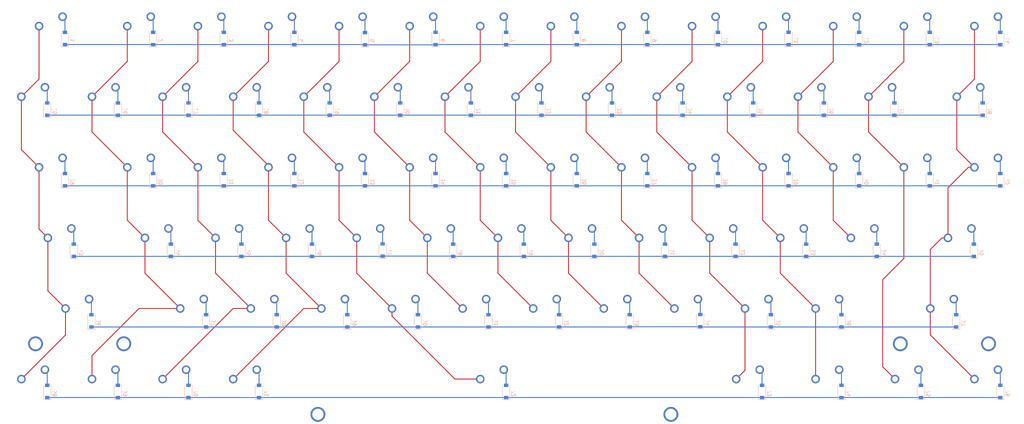
<source format=kicad_pcb>
(kicad_pcb (version 20211014) (generator pcbnew)
  (layers (0 "F.Cu" signal) (31 "B.Cu" signal) (34 "B.Paste" user) (35 "F.Paste" user) (36 "B.SilkS" user "B.Silkscreen") (37 "F.SilkS" user "F.Silkscreen") (38 "B.Mask" user) (39 "F.Mask" user) (44 "Edge.Cuts" user))
  (net 0 "")
  (net 1 "Net-(D10-Pad1)")
  (net 2 "Net-(D1-Pad2)")
  (net 3 "Net-(D2-Pad2)")
  (net 4 "Net-(D3-Pad2)")
  (net 5 "Net-(D4-Pad2)")
  (net 6 "Net-(D5-Pad2)")
  (net 7 "Net-(D6-Pad2)")
  (net 8 "Net-(D7-Pad2)")
  (net 9 "Net-(D8-Pad2)")
  (net 10 "Net-(D9-Pad2)")
  (net 11 "Net-(D10-Pad2)")
  (net 12 "Net-(D11-Pad2)")
  (net 13 "Net-(D12-Pad2)")
  (net 14 "Net-(D13-Pad2)")
  (net 15 "Net-(D14-Pad2)")
  (net 16 "Net-(D25-Pad1)")
  (net 17 "Net-(D15-Pad2)")
  (net 18 "Net-(D16-Pad2)")
  (net 19 "Net-(D17-Pad2)")
  (net 20 "Net-(D18-Pad2)")
  (net 21 "Net-(D19-Pad2)")
  (net 22 "Net-(D20-Pad2)")
  (net 23 "Net-(D21-Pad2)")
  (net 24 "Net-(D22-Pad2)")
  (net 25 "Net-(D23-Pad2)")
  (net 26 "Net-(D24-Pad2)")
  (net 27 "Net-(D25-Pad2)")
  (net 28 "Net-(D26-Pad2)")
  (net 29 "Net-(D27-Pad2)")
  (net 30 "Net-(D28-Pad2)")
  (net 31 "Net-(D29-Pad2)")
  (net 32 "Net-(D30-Pad2)")
  (net 33 "Net-(D31-Pad2)")
  (net 34 "Net-(D32-Pad2)")
  (net 35 "Net-(D33-Pad2)")
  (net 36 "Net-(D34-Pad2)")
  (net 37 "Net-(D35-Pad2)")
  (net 38 "Net-(D36-Pad2)")
  (net 39 "Net-(D37-Pad2)")
  (net 40 "Net-(D38-Pad2)")
  (net 41 "Net-(D39-Pad2)")
  (net 42 "Net-(D40-Pad2)")
  (net 43 "Net-(D41-Pad2)")
  (net 44 "Net-(D42-Pad2)")
  (net 45 "Net-(D47-Pad1)")
  (net 46 "Net-(D43-Pad2)")
  (net 47 "Net-(D44-Pad2)")
  (net 48 "Net-(D45-Pad2)")
  (net 49 "Net-(D46-Pad2)")
  (net 50 "Net-(D47-Pad2)")
  (net 51 "Net-(D48-Pad2)")
  (net 52 "Net-(D49-Pad2)")
  (net 53 "Net-(D50-Pad2)")
  (net 54 "Net-(D51-Pad2)")
  (net 55 "Net-(D52-Pad2)")
  (net 56 "Net-(D53-Pad2)")
  (net 57 "Net-(D54-Pad2)")
  (net 58 "Net-(D55-Pad2)")
  (net 59 "Net-(D60-Pad1)")
  (net 60 "Net-(D56-Pad2)")
  (net 61 "Net-(D57-Pad2)")
  (net 62 "Net-(D58-Pad2)")
  (net 63 "Net-(D59-Pad2)")
  (net 64 "Net-(D60-Pad2)")
  (net 65 "Net-(D61-Pad2)")
  (net 66 "Net-(D62-Pad2)")
  (net 67 "Net-(D63-Pad2)")
  (net 68 "Net-(D64-Pad2)")
  (net 69 "Net-(D65-Pad2)")
  (net 70 "Net-(D66-Pad2)")
  (net 71 "Net-(D67-Pad2)")
  (net 72 "Net-(D72-Pad1)")
  (net 73 "Net-(D68-Pad2)")
  (net 74 "Net-(D69-Pad2)")
  (net 75 "Net-(D70-Pad2)")
  (net 76 "Net-(D71-Pad2)")
  (net 77 "Net-(D72-Pad2)")
  (net 78 "Net-(D73-Pad2)")
  (net 79 "Net-(D74-Pad2)")
  (net 80 "Net-(D75-Pad2)")
  (net 81 "Net-(D76-Pad2)")
  (net 82 "Net-(SW1-Pad1)")
  (net 83 "Net-(SW16-Pad1)")
  (net 84 "Net-(SW17-Pad1)")
  (net 85 "Net-(SW18-Pad1)")
  (net 86 "Net-(SW5-Pad1)")
  (net 87 "Net-(SW20-Pad1)")
  (net 88 "Net-(SW35-Pad1)")
  (net 89 "Net-(SW36-Pad1)")
  (net 90 "Net-(SW9-Pad1)")
  (net 91 "Net-(SW24-Pad1)")
  (net 92 "Net-(SW39-Pad1)")
  (net 93 "Net-(SW40-Pad1)")
  (net 94 "Net-(SW41-Pad1)")
  (net 95 "Net-(SW42-Pad1)")
  (net 96 "Net-(D35-Pad1)")
  (footprint "marbastlib-mx:SW_MX_1u" (layer "F.Cu") (at 111.125 152.4)
    (fp_text reference "SW44" hide)
    (fp_text value "MX_SW_solder" hide)
  )
  (footprint "marbastlib-mx:SW_MX_1u" (layer "F.Cu") (at 296.8625 95.25)
    (fp_text reference "SW12" hide)
    (fp_text value "MX_SW_solder" hide)
  )
  (footprint "marbastlib-mx:SW_MX_1u" (layer "F.Cu") (at 177.8 171.45)
    (fp_text reference "SW60" hide)
    (fp_text value "MX_SW_solder" hide)
  )
  (footprint "marbastlib-mx:SW_MX_1u" (layer "F.Cu") (at 323.05625 171.45)
    (fp_text reference "SW67" hide)
    (fp_text value "MX_SW_solder" hide)
  )
  (footprint "marbastlib-mx:SW_MX_1u" (layer "F.Cu") (at 96.8375 114.3)
    (fp_text reference "SW16" hide)
    (fp_text value "MX_SW_solder" hide)
  )
  (footprint "marbastlib-mx:SW_MX_1u" (layer "F.Cu") (at 258.7625 133.35)
    (fp_text reference "SW38" hide)
    (fp_text value "MX_SW_solder" hide)
  )
  (footprint "marbastlib-mx:SW_MX_1u" (layer "F.Cu") (at 277.8125 133.35)
    (fp_text reference "SW39" hide)
    (fp_text value "MX_SW_solder" hide)
  )
  (footprint "marbastlib-mx:SW_MX_1u" (layer "F.Cu") (at 301.625 152.4)
    (fp_text reference "SW54" hide)
    (fp_text value "MX_SW_solder" hide)
  )
  (footprint "marbastlib-mx:SW_MX_1.25u" (layer "F.Cu") (at 270.66875 190.5)
    (fp_text reference "SW73" hide)
    (fp_text value "MX_SW_solder" hide)
  )
  (footprint "marbastlib-mx:SW_MX_1u" (layer "F.Cu") (at 220.6625 95.25)
    (fp_text reference "SW8" hide)
    (fp_text value "MX_SW_solder" hide)
  )
  (footprint "marbastlib-mx:SW_MX_1u" (layer "F.Cu") (at 211.1375 114.3)
    (fp_text reference "SW22" hide)
    (fp_text value "MX_SW_solder" hide)
  )
  (footprint "marbastlib-mx:SW_MX_1u" (layer "F.Cu") (at 115.8875 190.5)
    (fp_text reference "SW70" hide)
    (fp_text value "MX_SW_solder" hide)
  )
  (footprint "marbastlib-mx:SW_MX_1u" (layer "F.Cu") (at 89.69375 171.45)
    (fp_text reference "SW56" hide)
    (fp_text value "MX_SW_solder" hide)
  )
  (footprint "marbastlib-mx:SW_MX_1u" (layer "F.Cu") (at 134.9375 114.3)
    (fp_text reference "SW18" hide)
    (fp_text value "MX_SW_solder" hide)
  )
  (footprint "marbastlib-mx:SW_MX_1u" (layer "F.Cu") (at 77.7875 114.3)
    (fp_text reference "SW15" hide)
    (fp_text value "MX_SW_solder" hide)
  )
  (footprint "marbastlib-mx:SW_MX_1u" (layer "F.Cu") (at 192.0875 114.3)
    (fp_text reference "SW21" hide)
    (fp_text value "MX_SW_solder" hide)
  )
  (footprint "marbastlib-mx:STAB_MX_P_2.25u" (layer "F.Cu") (at 323.05625 171.45 180)
    (fp_text reference "S2" hide)
    (fp_text value "MX_stab")
  )
  (footprint "marbastlib-mx:SW_MX_1u" (layer "F.Cu") (at 334.9625 133.35)
    (fp_text reference "SW42" hide)
    (fp_text value "MX_SW_solder" hide)
  )
  (footprint "marbastlib-mx:SW_MX_1u" (layer "F.Cu") (at 130.175 152.4)
    (fp_text reference "SW45" hide)
    (fp_text value "MX_SW_solder" hide)
  )
  (footprint "marbastlib-mx:SW_MX_1u" (layer "F.Cu") (at 306.3875 114.3)
    (fp_text reference "SW27" hide)
    (fp_text value "MX_SW_solder" hide)
  )
  (footprint "marbastlib-mx:SW_MX_1u" (layer "F.Cu") (at 296.8625 133.35)
    (fp_text reference "SW40" hide)
    (fp_text value "MX_SW_solder" hide)
  )
  (footprint "marbastlib-mx:SW_MX_1u" (layer "F.Cu") (at 206.375 152.4)
    (fp_text reference "SW49" hide)
    (fp_text value "MX_SW_solder" hide)
  )
  (footprint "marbastlib-mx:SW_MX_1u" (layer "F.Cu") (at 239.7125 133.35)
    (fp_text reference "SW37" hide)
    (fp_text value "MX_SW_solder" hide)
  )
  (footprint "marbastlib-mx:SW_MX_1u" (layer "F.Cu") (at 263.525 152.4)
    (fp_text reference "SW52" hide)
    (fp_text value "MX_SW_solder" hide)
  )
  (footprint "marbastlib-mx:SW_MX_1u" (layer "F.Cu") (at 120.65 171.45)
    (fp_text reference "SW57" hide)
    (fp_text value "MX_SW_solder" hide)
  )
  (footprint "marbastlib-mx:SW_MX_1u" (layer "F.Cu") (at 254 171.45)
    (fp_text reference "SW64" hide)
    (fp_text value "MX_SW_solder" hide)
  )
  (footprint "marbastlib-mx:SW_MX_1u" (layer "F.Cu") (at 220.6625 133.35)
    (fp_text reference "SW36" hide)
    (fp_text value "MX_SW_solder" hide)
  )
  (footprint "marbastlib-mx:SW_MX_1u" (layer "F.Cu") (at 187.325 152.4)
    (fp_text reference "SW48" hide)
    (fp_text value "MX_SW_solder" hide)
  )
  (footprint "marbastlib-mx:SW_MX_1u" (layer "F.Cu") (at 168.275 152.4)
    (fp_text reference "SW47" hide)
    (fp_text value "MX_SW_solder" hide)
  )
  (footprint "marbastlib-mx:SW_MX_1u" (layer "F.Cu") (at 258.7625 95.25)
    (fp_text reference "SW10" hide)
    (fp_text value "MX_SW_solder" hide)
  )
  (footprint "marbastlib-mx:SW_MX_1u" (layer "F.Cu") (at 196.85 171.45)
    (fp_text reference "SW61" hide)
    (fp_text value "MX_SW_solder" hide)
  )
  (footprint "marbastlib-mx:SW_MX_1.5u" (layer "F.Cu") (at 82.55 133.35)
    (fp_text reference "SW29" hide)
    (fp_text value "MX_SW_solder" hide)
  )
  (footprint "marbastlib-mx:SW_MX_1u" (layer "F.Cu") (at 139.7 171.45)
    (fp_text reference "SW58" hide)
    (fp_text value "MX_SW_solder" hide)
  )
  (footprint "marbastlib-mx:SW_MX_1u" (layer "F.Cu") (at 244.475 152.4)
    (fp_text reference "SW51" hide)
    (fp_text value "MX_SW_solder" hide)
  )
  (footprint "marbastlib-mx:STAB_MX_P_6u" (layer "F.Cu") (at 201.6125 190.5 180)
    (fp_text reference "S1" hide)
    (fp_text value "MX_stab")
  )
  (footprint "marbastlib-mx:SW_MX_1u" (layer "F.Cu") (at 144.4625 95.25)
    (fp_text reference "SW4" hide)
    (fp_text value "MX_SW_solder" hide)
  )
  (footprint "marbastlib-mx:SW_MX_1u" (layer "F.Cu") (at 315.9125 95.25)
    (fp_text reference "SW13" hide)
    (fp_text value "MX_SW_solder" hide)
  )
  (footprint "marbastlib-mx:SW_MX_1u" (layer "F.Cu") (at 282.575 152.4)
    (fp_text reference "SW53" hide)
    (fp_text value "MX_SW_solder" hide)
  )
  (footprint "marbastlib-mx:SW_MX_1u" (layer "F.Cu") (at 225.425 152.4)
    (fp_text reference "SW50" hide)
    (fp_text value "MX_SW_solder" hide)
  )
  (footprint "marbastlib-mx:SW_MX_1u" (layer "F.Cu") (at 106.3625 95.25)
    (fp_text reference "SW2" hide)
    (fp_text value "MX_SW_solder" hide)
  )
  (footprint "marbastlib-mx:SW_MX_1u" (layer "F.Cu") (at 292.1 171.45)
    (fp_text reference "SW66" hide)
    (fp_text value "MX_SW_solder" hide)
  )
  (footprint "marbastlib-mx:SW_MX_1u" (layer "F.Cu") (at 249.2375 114.3)
    (fp_text reference "SW24" hide)
    (fp_text value "MX_SW_solder" hide)
  )
  (footprint "marbastlib-mx:SW_MX_1u" (layer "F.Cu") (at 144.4625 133.35)
    (fp_text reference "SW32" hide)
    (fp_text value "MX_SW_solder" hide)
  )
  (footprint "marbastlib-mx:SW_MX_1u" (layer "F.Cu") (at 201.6125 95.25)
    (fp_text reference "SW7" hide)
    (fp_text value "MX_SW_solder" hide)
  )
  (footprint "marbastlib-mx:SW_MX_1u" (layer "F.Cu") (at 149.225 152.4)
    (fp_text reference "SW46" hide)
    (fp_text value "MX_SW_solder" hide)
  )
  (footprint "marbastlib-mx:SW_MX_1u" (layer "F.Cu") (at 153.9875 114.3)
    (fp_text reference "SW19" hide)
    (fp_text value "MX_SW_solder" hide)
  )
  (footprint "marbastlib-mx:SW_MX_1u" (layer "F.Cu") (at 125.4125 95.25)
    (fp_text reference "SW3" hide)
    (fp_text value "MX_SW_solder" hide)
  )
  (footprint "marbastlib-mx:SW_MX_1u" (layer "F.Cu") (at 268.2875 114.3)
    (fp_text reference "SW25" hide)
    (fp_text value "MX_SW_solder" hide)
  )
  (footprint "marbastlib-mx:SW_MX_1u" (layer "F.Cu") (at 158.75 171.45)
    (fp_text reference "SW59" hide)
    (fp_text value "MX_SW_solder" hide)
  )
  (footprint "marbastlib-mx:SW_MX_1u" (layer "F.Cu") (at 201.6125 133.35)
    (fp_text reference "SW35" hide)
    (fp_text value "MX_SW_solder" hide)
  )
  (footprint "marbastlib-mx:SW_MX_1u" (layer "F.Cu") (at 201.6125 190.5)
    (fp_text reference "SW72" hide)
    (fp_text value "MX_SW_solder" hide)
  )
  (footprint "marbastlib-mx:SW_MX_1.25u" (layer "F.Cu") (at 313.53125 190.5)
    (fp_text reference "SW75" hide)
    (fp_text value "MX_SW_solder" hide)
  )
  (footprint "marbastlib-mx:SW_MX_1u" (layer "F.Cu") (at 239.7125 95.25)
    (fp_text reference "SW9" hide)
    (fp_text value "MX_SW_solder" hide)
  )
  (footprint "marbastlib-mx:SW_MX_1u" (layer "F.Cu") (at 77.7875 190.5)
    (fp_text reference "SW68" hide)
    (fp_text value "MX_SW_solder" hide)
  )
  (footprint "marbastlib-mx:SW_MX_1u" (layer "F.Cu") (at 182.5625 133.35)
    (fp_text reference "SW34" hide)
    (fp_text value "MX_SW_solder" hide)
  )
  (footprint "marbastlib-mx:SW_MX_1u" (layer "F.Cu") (at 334.9625 95.25)
    (fp_text reference "SW14" hide)
    (fp_text value "MX_SW_solder" hide)
  )
  (footprint "marbastlib-mx:SW_MX_1u" (layer "F.Cu") (at 230.1875 114.3)
    (fp_text reference "SW23" hide)
    (fp_text value "MX_SW_solder" hide)
  )
  (footprint "marbastlib-mx:SW_MX_1u" (layer "F.Cu") (at 287.3375 114.3)
    (fp_text reference "SW26" hide)
    (fp_text value "MX_SW_solder" hide)
  )
  (footprint "marbastlib-mx:SW_MX_1u" (layer "F.Cu") (at 106.3625 133.35)
    (fp_text reference "SW30" hide)
    (fp_text value "MX_SW_solder" hide)
  )
  (footprint "marbastlib-mx:SW_MX_1u" (layer "F.Cu") (at 163.5125 133.35)
    (fp_text reference "SW33" hide)
    (fp_text value "MX_SW_solder" hide)
  )
  (footprint "marbastlib-mx:SW_MX_1.75u" (layer "F.Cu") (at 327.81875 152.4)
    (fp_text reference "SW55" hide)
    (fp_text value "MX_SW_solder" hide)
  )
  (footprint "marbastlib-mx:SW_MX_1u" (layer "F.Cu") (at 292.1 190.5)
    (fp_text reference "SW74" hide)
    (fp_text value "MX_SW_solder" hide)
  )
  (footprint "marbastlib-mx:SW_MX_1.5u" (layer "F.Cu") (at 82.55 95.25)
    (fp_text reference "SW1" hide)
    (fp_text value "MX_SW_solder" hide)
  )
  (footprint "marbastlib-mx:SW_MX_1u" (layer "F.Cu") (at 173.0375 114.3)
    (fp_text reference "SW20" hide)
    (fp_text value "MX_SW_solder" hide)
  )
  (footprint "marbastlib-mx:SW_MX_1u" (layer "F.Cu") (at 134.9375 190.5)
    (fp_text reference "SW71" hide)
    (fp_text value "MX_SW_solder" hide)
  )
  (footprint "marbastlib-mx:SW_MX_1.75u" (layer "F.Cu") (at 84.93125 152.4)
    (fp_text reference "SW43" hide)
    (fp_text value "MX_SW_solder" hide)
  )
  (footprint "marbastlib-mx:SW_MX_1u" (layer "F.Cu") (at 96.8375 190.5)
    (fp_text reference "SW69" hide)
    (fp_text value "MX_SW_solder" hide)
  )
  (footprint "marbastlib-mx:SW_MX_1.5u" (layer "F.Cu") (at 330.2 114.3)
    (fp_text reference "SW28" hide)
    (fp_text value "MX_SW_solder" hide)
  )
  (footprint "marbastlib-mx:SW_MX_1u" (layer "F.Cu") (at 215.9 171.45)
    (fp_text reference "SW62" hide)
    (fp_text value "MX_SW_solder" hide)
  )
  (footprint "marbastlib-mx:SW_MX_1u" (layer "F.Cu") (at 315.9125 133.35)
    (fp_text reference "SW41" hide)
    (fp_text value "MX_SW_solder" hide)
  )
  (footprint "marbastlib-mx:SW_MX_1u" (layer "F.Cu") (at 163.5125 95.25)
    (fp_text reference "SW5" hide)
    (fp_text value "MX_SW_solder" hide)
  )
  (footprint "marbastlib-mx:SW_MX_1u" (layer "F.Cu") (at 277.8125 95.25)
    (fp_text reference "SW11" hide)
    (fp_text value "MX_SW_solder" hide)
  )
  (footprint "marbastlib-mx:SW_MX_1u" (layer "F.Cu") (at 115.8875 114.3)
    (fp_text reference "SW17" hide)
    (fp_text value "MX_SW_solder" hide)
  )
  (footprint "marbastlib-mx:SW_MX_1u" (layer "F.Cu") (at 273.05 171.45)
    (fp_text reference "SW65" hide)
    (fp_text value "MX_SW_solder" hide)
  )
  (footprint "marbastlib-mx:SW_MX_1u" (layer "F.Cu") (at 334.9625 190.5)
    (fp_text reference "SW76" hide)
    (fp_text value "MX_SW_solder" hide)
  )
  (footprint "marbastlib-mx:SW_MX_1u" (layer "F.Cu") (at 234.95 171.45)
    (fp_text reference "SW63" hide)
    (fp_text value "MX_SW_solder" hide)
  )
  (footprint "marbastlib-mx:SW_MX_1u" (layer "F.Cu") (at 125.4125 133.35)
    (fp_text reference "SW31" hide)
    (fp_text value "MX_SW_solder" hide)
  )
  (footprint "marbastlib-mx:SW_MX_1u" (layer "F.Cu") (at 182.5625 95.25)
    (fp_text reference "SW6" hide)
    (fp_text value "MX_SW_solder" hide)
  )
  (footprint "marbastlib-mx:STAB_MX_P_2.25u" (layer "F.Cu") (at 89.69375 171.45 180)
    (fp_text reference "S3" hide)
    (fp_text value "MX_stab")
  )
  (footprint "Diode_SMD:D_SOD-123" (layer "B.Cu") (at 285.75 153.19375 90)
    (fp_text reference "D53")
    (fp_text value "D_Small")
  )
  (footprint "Diode_SMD:D_SOD-123" (layer "B.Cu") (at 338.1375 191.29375 90)
    (fp_text reference "D76")
    (fp_text value "D_Small")
  )
  (footprint "Diode_SMD:D_SOD-123" (layer "B.Cu") (at 290.5125 115.09375 90)
    (fp_text reference "D26")
    (fp_text value "D_Small")
  )
  (footprint "Diode_SMD:D_SOD-123" (layer "B.Cu") (at 247.65 153.19375 90)
    (fp_text reference "D51")
    (fp_text value "D_Small")
  )
  (footprint "Diode_SMD:D_SOD-123" (layer "B.Cu") (at 233.3625 115.09375 90)
    (fp_text reference "D23")
    (fp_text value "D_Small")
  )
  (footprint "Diode_SMD:D_SOD-123" (layer "B.Cu") (at 138.1125 191.29375 90)
    (fp_text reference "D71")
    (fp_text value "D_Small")
  )
  (footprint "Diode_SMD:D_SOD-123" (layer "B.Cu") (at 85.725 134.14375 90)
    (fp_text reference "D29")
    (fp_text value "D_Small")
  )
  (footprint "Diode_SMD:D_SOD-123" (layer "B.Cu") (at 238.125 172.24375 90)
    (fp_text reference "D63")
    (fp_text value "D_Small")
  )
  (footprint "Diode_SMD:D_SOD-123" (layer "B.Cu") (at 180.975 172.24375 90)
    (fp_text reference "D60")
    (fp_text value "D_Small")
  )
  (footprint "Diode_SMD:D_SOD-123" (layer "B.Cu") (at 214.3125 115.09375 90)
    (fp_text reference "D22")
    (fp_text value "D_Small")
  )
  (footprint "Diode_SMD:D_SOD-123" (layer "B.Cu") (at 242.8875 134.14375 90)
    (fp_text reference "D37")
    (fp_text value "D_Small")
  )
  (footprint "Diode_SMD:D_SOD-123" (layer "B.Cu") (at 190.5 153.19375 90)
    (fp_text reference "D48")
    (fp_text value "D_Small")
  )
  (footprint "Diode_SMD:D_SOD-123" (layer "B.Cu") (at 166.6875 134.14375 90)
    (fp_text reference "D33")
    (fp_text value "D_Small")
  )
  (footprint "Diode_SMD:D_SOD-123" (layer "B.Cu") (at 195.2625 115.09375 90)
    (fp_text reference "D21")
    (fp_text value "D_Small")
  )
  (footprint "Diode_SMD:D_SOD-123" (layer "B.Cu") (at 171.45 153.13125 90)
    (fp_text reference "D47")
    (fp_text value "D_Small")
  )
  (footprint "Diode_SMD:D_SOD-123" (layer "B.Cu") (at 142.875 172.24375 90)
    (fp_text reference "D58")
    (fp_text value "D_Small")
  )
  (footprint "Diode_SMD:D_SOD-123" (layer "B.Cu") (at 333.375 115.09375 90)
    (fp_text reference "D28")
    (fp_text value "D_Small")
  )
  (footprint "Diode_SMD:D_SOD-123" (layer "B.Cu") (at 157.1625 115.09375 90)
    (fp_text reference "D19")
    (fp_text value "D_Small")
  )
  (footprint "Diode_SMD:D_SOD-123" (layer "B.Cu") (at 319.0875 96.04375 90)
    (fp_text reference "D13")
    (fp_text value "D_Small")
  )
  (footprint "Diode_SMD:D_SOD-123" (layer "B.Cu") (at 326.23125 172.24375 90)
    (fp_text reference "D67")
    (fp_text value "D_Small")
  )
  (footprint "Diode_SMD:D_SOD-123" (layer "B.Cu") (at 295.275 191.29375 90)
    (fp_text reference "D74")
    (fp_text value "D_Small")
  )
  (footprint "Diode_SMD:D_SOD-123" (layer "B.Cu") (at 161.925 172.24375 90)
    (fp_text reference "D59")
    (fp_text value "D_Small")
  )
  (footprint "Diode_SMD:D_SOD-123" (layer "B.Cu") (at 223.8375 134.14375 90)
    (fp_text reference "D36")
    (fp_text value "D_Small")
  )
  (footprint "Diode_SMD:D_SOD-123" (layer "B.Cu") (at 119.0625 115.09375 90)
    (fp_text reference "D17")
    (fp_text value "D_Small")
  )
  (footprint "Diode_SMD:D_SOD-123" (layer "B.Cu") (at 80.9625 115.09375 90)
    (fp_text reference "D15")
    (fp_text value "D_Small")
  )
  (footprint "Diode_SMD:D_SOD-123" (layer "B.Cu") (at 295.275 172.24375 90)
    (fp_text reference "D66")
    (fp_text value "D_Small")
  )
  (footprint "Diode_SMD:D_SOD-123" (layer "B.Cu") (at 128.5875 96.04375 90)
    (fp_text reference "D3")
    (fp_text value "D_Small")
  )
  (footprint "Diode_SMD:D_SOD-123" (layer "B.Cu") (at 204.7875 191.29375 90)
    (fp_text reference "D72")
    (fp_text value "D_Small")
  )
  (footprint "Diode_SMD:D_SOD-123" (layer "B.Cu") (at 316.70625 191.29375 90)
    (fp_text reference "D75")
    (fp_text value "D_Small")
  )
  (footprint "Diode_SMD:D_SOD-123" (layer "B.Cu") (at 266.7 153.19375 90)
    (fp_text reference "D52")
    (fp_text value "D_Small")
  )
  (footprint "Diode_SMD:D_SOD-123" (layer "B.Cu") (at 176.2125 115.09375 90)
    (fp_text reference "D20")
    (fp_text value "D_Small")
  )
  (footprint "Diode_SMD:D_SOD-123" (layer "B.Cu") (at 166.6875 96.10625 90)
    (fp_text reference "D5")
    (fp_text value "D_Small")
  )
  (footprint "Diode_SMD:D_SOD-123" (layer "B.Cu") (at 276.225 172.24375 90)
    (fp_text reference "D65")
    (fp_text value "D_Small")
  )
  (footprint "Diode_SMD:D_SOD-123" (layer "B.Cu") (at 138.1125 115.09375 90)
    (fp_text reference "D18")
    (fp_text value "D_Small")
  )
  (footprint "Diode_SMD:D_SOD-123" (layer "B.Cu") (at 88.10625 153.19375 90)
    (fp_text reference "D43")
    (fp_text value "D_Small")
  )
  (footprint "Diode_SMD:D_SOD-123" (layer "B.Cu") (at 338.1375 134.14375 90)
    (fp_text reference "D42")
    (fp_text value "D_Small")
  )
  (footprint "Diode_SMD:D_SOD-123" (layer "B.Cu") (at 273.84375 191.29375 90)
    (fp_text reference "D73")
    (fp_text value "D_Small")
  )
  (footprint "Diode_SMD:D_SOD-123" (layer "B.Cu") (at 204.7875 134.14375 90)
    (fp_text reference "D35")
    (fp_text value "D_Small")
  )
  (footprint "Diode_SMD:D_SOD-123" (layer "B.Cu") (at 80.9625 191.29375 90)
    (fp_text reference "D68")
    (fp_text value "D_Small")
  )
  (footprint "Diode_SMD:D_SOD-123" (layer "B.Cu") (at 100.0125 191.29375 90)
    (fp_text reference "D69")
    (fp_text value "D_Small")
  )
  (footprint "Diode_SMD:D_SOD-123" (layer "B.Cu") (at 152.4 153.19375 90)
    (fp_text reference "D46")
    (fp_text value "D_Small")
  )
  (footprint "Diode_SMD:D_SOD-123" (layer "B.Cu") (at 319.0875 134.14375 90)
    (fp_text reference "D41")
    (fp_text value "D_Small")
  )
  (footprint "Diode_SMD:D_SOD-123" (layer "B.Cu") (at 242.8875 96.04375 90)
    (fp_text reference "D9")
    (fp_text value "D_Small")
  )
  (footprint "Diode_SMD:D_SOD-123" (layer "B.Cu") (at 209.55 153.19375 90)
    (fp_text reference "D49")
    (fp_text value "D_Small")
  )
  (footprint "Diode_SMD:D_SOD-123" (layer "B.Cu") (at 271.4625 115.09375 90)
    (fp_text reference "D25")
    (fp_text value "D_Small")
  )
  (footprint "Diode_SMD:D_SOD-123" (layer "B.Cu") (at 219.075 172.24375 90)
    (fp_text reference "D62")
    (fp_text value "D_Small")
  )
  (footprint "Diode_SMD:D_SOD-123" (layer "B.Cu") (at 185.7375 96.04375 90)
    (fp_text reference "D6")
    (fp_text value "D_Small")
  )
  (footprint "Diode_SMD:D_SOD-123" (layer "B.Cu") (at 114.3 153.19375 90)
    (fp_text reference "D44")
    (fp_text value "D_Small")
  )
  (footprint "Diode_SMD:D_SOD-123" (layer "B.Cu") (at 261.9375 96.04375 90)
    (fp_text reference "D10")
    (fp_text value "D_Small")
  )
  (footprint "Diode_SMD:D_SOD-123" (layer "B.Cu") (at 309.5625 115.09375 90)
    (fp_text reference "D27")
    (fp_text value "D_Small")
  )
  (footprint "Diode_SMD:D_SOD-123" (layer "B.Cu") (at 280.9875 96.04375 90)
    (fp_text reference "D11")
    (fp_text value "D_Small")
  )
  (footprint "Diode_SMD:D_SOD-123" (layer "B.Cu") (at 338.1375 96.04375 90)
    (fp_text reference "D14")
    (fp_text value "D_Small")
  )
  (footprint "Diode_SMD:D_SOD-123" (layer "B.Cu") (at 300.0375 134.14375 90)
    (fp_text reference "D40")
    (fp_text value "D_Small")
  )
  (footprint "Diode_SMD:D_SOD-123" (layer "B.Cu") (at 204.7875 96.04375 90)
    (fp_text reference "D7")
    (fp_text value "D_Small")
  )
  (footprint "Diode_SMD:D_SOD-123" (layer "B.Cu") (at 280.9875 134.14375 90)
    (fp_text reference "D39")
    (fp_text value "D_Small")
  )
  (footprint "Diode_SMD:D_SOD-123" (layer "B.Cu") (at 123.825 172.24375 90)
    (fp_text reference "D57")
    (fp_text value "D_Small")
  )
  (footprint "Diode_SMD:D_SOD-123" (layer "B.Cu") (at 109.5375 134.14375 90)
    (fp_text reference "D30")
    (fp_text value "D_Small")
  )
  (footprint "Diode_SMD:D_SOD-123" (layer "B.Cu") (at 223.8375 96.04375 90)
    (fp_text reference "D8")
    (fp_text value "D_Small")
  )
  (footprint "Diode_SMD:D_SOD-123" (layer "B.Cu") (at 109.5375 96.04375 90)
    (fp_text reference "D2")
    (fp_text value "D_Small")
  )
  (footprint "Diode_SMD:D_SOD-123" (layer "B.Cu") (at 119.0625 191.29375 90)
    (fp_text reference "D70")
    (fp_text value "D_Small")
  )
  (footprint "Diode_SMD:D_SOD-123" (layer "B.Cu") (at 252.4125 115.09375 90)
    (fp_text reference "D24")
    (fp_text value "D_Small")
  )
  (footprint "Diode_SMD:D_SOD-123" (layer "B.Cu") (at 92.86875 172.24375 90)
    (fp_text reference "D56")
    (fp_text value "D_Small")
  )
  (footprint "Diode_SMD:D_SOD-123" (layer "B.Cu") (at 257.175 172.18125 90)
    (fp_text reference "D64")
    (fp_text value "D_Small")
  )
  (footprint "Diode_SMD:D_SOD-123" (layer "B.Cu") (at 85.725 96.04375 90)
    (fp_text reference "D1")
    (fp_text value "D_Small")
  )
  (footprint "Diode_SMD:D_SOD-123" (layer "B.Cu") (at 185.7375 134.14375 90)
    (fp_text reference "D34")
    (fp_text value "D_Small")
  )
  (footprint "Diode_SMD:D_SOD-123" (layer "B.Cu") (at 228.6 153.19375 90)
    (fp_text reference "D50")
    (fp_text value "D_Small")
  )
  (footprint "Diode_SMD:D_SOD-123" (layer "B.Cu") (at 261.9375 134.14375 90)
    (fp_text reference "D38")
    (fp_text value "D_Small")
  )
  (footprint "Diode_SMD:D_SOD-123" (layer "B.Cu") (at 100.0125 115.09375 90)
    (fp_text reference "D16")
    (fp_text value "D_Small")
  )
  (footprint "Diode_SMD:D_SOD-123" (layer "B.Cu") (at 300.0375 96.04375 90)
    (fp_text reference "D12")
    (fp_text value "D_Small")
  )
  (footprint "Diode_SMD:D_SOD-123" (layer "B.Cu") (at 133.35 153.19375 90)
    (fp_text reference "D45")
    (fp_text value "D_Small")
  )
  (footprint "Diode_SMD:D_SOD-123" (layer "B.Cu") (at 147.6375 96.04375 90)
    (fp_text reference "D4")
    (fp_text value "D_Small")
  )
  (footprint "Diode_SMD:D_SOD-123" (layer "B.Cu") (at 330.99375 153.19375 90)
    (fp_text reference "D55")
    (fp_text value "D_Small")
  )
  (footprint "Diode_SMD:D_SOD-123" (layer "B.Cu") (at 147.6375 134.14375 90)
    (fp_text reference "D32")
    (fp_text value "D_Small")
  )
  (footprint "Diode_SMD:D_SOD-123" (layer "B.Cu") (at 200.025 172.24375 90)
    (fp_text reference "D61")
    (fp_text value "D_Small")
  )
  (footprint "Diode_SMD:D_SOD-123" (layer "B.Cu") (at 304.8 153.19375 90)
    (fp_text reference "D54")
    (fp_text value "D_Small")
  )
  (footprint "Diode_SMD:D_SOD-123" (layer "B.Cu") (at 128.5875 134.14375 90)
    (fp_text reference "D31")
    (fp_text value "D_Small")
  )
  (segment (start 261.9375 97.69375) (end 280.9875 97.69375) (width 0.25) (layer "B.Cu") (net 1))
  (segment (start 223.8375 97.69375) (end 242.8875 97.69375) (width 0.25) (layer "B.Cu") (net 1))
  (segment (start 280.9875 97.69375) (end 300.0375 97.69375) (width 0.25) (layer "B.Cu") (net 1))
  (segment (start 185.7375 97.69375) (end 204.7875 97.69375) (width 0.25) (layer "B.Cu") (net 1))
  (segment (start 166.625 97.69375) (end 166.6875 97.75625) (width 0.25) (layer "B.Cu") (net 1))
  (segment (start 242.8875 97.69375) (end 261.9375 97.69375) (width 0.25) (layer "B.Cu") (net 1))
  (segment (start 319.0875 97.69375) (end 338.1375 97.69375) (width 0.25) (layer "B.Cu") (net 1))
  (segment (start 147.6375 97.69375) (end 166.625 97.69375) (width 0.25) (layer "B.Cu") (net 1))
  (segment (start 85.725 97.69375) (end 109.5375 97.69375) (width 0.25) (layer "B.Cu") (net 1))
  (segment (start 109.5375 97.69375) (end 128.5875 97.69375) (width 0.25) (layer "B.Cu") (net 1))
  (segment (start 128.5875 97.69375) (end 147.6375 97.69375) (width 0.25) (layer "B.Cu") (net 1))
  (segment (start 166.6875 97.75625) (end 185.675 97.75625) (width 0.25) (layer "B.Cu") (net 1))
  (segment (start 300.0375 97.69375) (end 319.0875 97.69375) (width 0.25) (layer "B.Cu") (net 1))
  (segment (start 185.675 97.75625) (end 185.7375 97.69375) (width 0.25) (layer "B.Cu") (net 1))
  (segment (start 204.7875 97.69375) (end 223.8375 97.69375) (width 0.25) (layer "B.Cu") (net 1))
  (segment (start 85.725 90.805) (end 85.09 90.17) (width 0.25) (layer "B.Cu") (net 2))
  (segment (start 85.725 94.39375) (end 85.725 90.805) (width 0.25) (layer "B.Cu") (net 2))
  (segment (start 109.5375 94.39375) (end 109.5375 90.805) (width 0.25) (layer "B.Cu") (net 3))
  (segment (start 109.5375 90.805) (end 108.9025 90.17) (width 0.25) (layer "B.Cu") (net 3))
  (segment (start 128.5875 94.39375) (end 128.5875 90.805) (width 0.25) (layer "B.Cu") (net 4))
  (segment (start 128.5875 90.805) (end 127.9525 90.17) (width 0.25) (layer "B.Cu") (net 4))
  (segment (start 147.6375 94.39375) (end 147.6375 90.805) (width 0.25) (layer "B.Cu") (net 5))
  (segment (start 147.6375 90.805) (end 147.0025 90.17) (width 0.25) (layer "B.Cu") (net 5))
  (segment (start 166.6875 90.805) (end 166.0525 90.17) (width 0.25) (layer "B.Cu") (net 6))
  (segment (start 166.6875 94.45625) (end 166.6875 90.805) (width 0.25) (layer "B.Cu") (net 6))
  (segment (start 185.7375 90.805) (end 185.1025 90.17) (width 0.25) (layer "B.Cu") (net 7))
  (segment (start 185.7375 94.39375) (end 185.7375 90.805) (width 0.25) (layer "B.Cu") (net 7))
  (segment (start 204.7875 90.805) (end 204.1525 90.17) (width 0.25) (layer "B.Cu") (net 8))
  (segment (start 204.7875 94.39375) (end 204.7875 90.805) (width 0.25) (layer "B.Cu") (net 8))
  (segment (start 223.8375 94.39375) (end 223.8375 90.805) (width 0.25) (layer "B.Cu") (net 9))
  (segment (start 223.8375 90.805) (end 223.2025 90.17) (width 0.25) (layer "B.Cu") (net 9))
  (segment (start 242.8875 94.39375) (end 242.8875 90.805) (width 0.25) (layer "B.Cu") (net 10))
  (segment (start 242.8875 90.805) (end 242.2525 90.17) (width 0.25) (layer "B.Cu") (net 10))
  (segment (start 261.9375 94.39375) (end 261.9375 90.805) (width 0.25) (layer "B.Cu") (net 11))
  (segment (start 261.9375 90.805) (end 261.3025 90.17) (width 0.25) (layer "B.Cu") (net 11))
  (segment (start 280.9875 90.805) (end 280.3525 90.17) (width 0.25) (layer "B.Cu") (net 12))
  (segment (start 280.9875 94.39375) (end 280.9875 90.805) (width 0.25) (layer "B.Cu") (net 12))
  (segment (start 300.0375 94.39375) (end 300.0375 90.805) (width 0.25) (layer "B.Cu") (net 13))
  (segment (start 300.0375 90.805) (end 299.4025 90.17) (width 0.25) (layer "B.Cu") (net 13))
  (segment (start 319.0875 90.805) (end 318.4525 90.17) (width 0.25) (layer "B.Cu") (net 14))
  (segment (start 319.0875 94.39375) (end 319.0875 90.805) (width 0.25) (layer "B.Cu") (net 14))
  (segment (start 338.1375 90.805) (end 337.5025 90.17) (width 0.25) (layer "B.Cu") (net 15))
  (segment (start 338.1375 94.39375) (end 338.1375 90.805) (width 0.25) (layer "B.Cu") (net 15))
  (segment (start 233.3625 116.74375) (end 252.4125 116.74375) (width 0.25) (layer "B.Cu") (net 16))
  (segment (start 119.0625 116.74375) (end 138.1125 116.74375) (width 0.25) (layer "B.Cu") (net 16))
  (segment (start 157.1625 116.74375) (end 176.2125 116.74375) (width 0.25) (layer "B.Cu") (net 16))
  (segment (start 100.0125 116.74375) (end 119.0625 116.74375) (width 0.25) (layer "B.Cu") (net 16))
  (segment (start 271.4625 116.74375) (end 290.5125 116.74375) (width 0.25) (layer "B.Cu") (net 16))
  (segment (start 214.3125 116.74375) (end 233.3625 116.74375) (width 0.25) (layer "B.Cu") (net 16))
  (segment (start 309.5625 116.74375) (end 290.5125 116.74375) (width 0.25) (layer "B.Cu") (net 16))
  (segment (start 252.4125 116.74375) (end 271.4625 116.74375) (width 0.25) (layer "B.Cu") (net 16))
  (segment (start 138.1125 116.74375) (end 157.1625 116.74375) (width 0.25) (layer "B.Cu") (net 16))
  (segment (start 195.2625 116.74375) (end 214.3125 116.74375) (width 0.25) (layer "B.Cu") (net 16))
  (segment (start 80.9625 116.74375) (end 100.0125 116.74375) (width 0.25) (layer "B.Cu") (net 16))
  (segment (start 176.2125 116.74375) (end 195.2625 116.74375) (width 0.25) (layer "B.Cu") (net 16))
  (segment (start 333.375 116.74375) (end 309.5625 116.74375) (width 0.25) (layer "B.Cu") (net 16))
  (segment (start 80.9625 109.855) (end 80.3275 109.22) (width 0.25) (layer "B.Cu") (net 17))
  (segment (start 80.9625 113.44375) (end 80.9625 109.855) (width 0.25) (layer "B.Cu") (net 17))
  (segment (start 100.0125 109.855) (end 99.3775 109.22) (width 0.25) (layer "B.Cu") (net 18))
  (segment (start 100.0125 113.44375) (end 100.0125 109.855) (width 0.25) (layer "B.Cu") (net 18))
  (segment (start 119.0625 109.855) (end 118.4275 109.22) (width 0.25) (layer "B.Cu") (net 19))
  (segment (start 119.0625 113.44375) (end 119.0625 109.855) (width 0.25) (layer "B.Cu") (net 19))
  (segment (start 138.1125 113.44375) (end 138.1125 109.855) (width 0.25) (layer "B.Cu") (net 20))
  (segment (start 138.1125 109.855) (end 137.4775 109.22) (width 0.25) (layer "B.Cu") (net 20))
  (segment (start 157.1625 113.44375) (end 157.1625 109.855) (width 0.25) (layer "B.Cu") (net 21))
  (segment (start 157.1625 109.855) (end 156.5275 109.22) (width 0.25) (layer "B.Cu") (net 21))
  (segment (start 176.2125 109.855) (end 175.5775 109.22) (width 0.25) (layer "B.Cu") (net 22))
  (segment (start 176.2125 113.44375) (end 176.2125 109.855) (width 0.25) (layer "B.Cu") (net 22))
  (segment (start 195.2625 109.855) (end 194.6275 109.22) (width 0.25) (layer "B.Cu") (net 23))
  (segment (start 195.2625 113.44375) (end 195.2625 109.855) (width 0.25) (layer "B.Cu") (net 23))
  (segment (start 214.3125 109.855) (end 213.6775 109.22) (width 0.25) (layer "B.Cu") (net 24))
  (segment (start 214.3125 113.44375) (end 214.3125 109.855) (width 0.25) (layer "B.Cu") (net 24))
  (segment (start 233.3625 109.855) (end 232.7275 109.22) (width 0.25) (layer "B.Cu") (net 25))
  (segment (start 233.3625 113.44375) (end 233.3625 109.855) (width 0.25) (layer "B.Cu") (net 25))
  (segment (start 252.4125 109.855) (end 251.7775 109.22) (width 0.25) (layer "B.Cu") (net 26))
  (segment (start 252.4125 113.44375) (end 252.4125 109.855) (width 0.25) (layer "B.Cu") (net 26))
  (segment (start 271.4625 113.44375) (end 271.4625 109.855) (width 0.25) (layer "B.Cu") (net 27))
  (segment (start 271.4625 109.855) (end 270.8275 109.22) (width 0.25) (layer "B.Cu") (net 27))
  (segment (start 290.5125 109.855) (end 289.8775 109.22) (width 0.25) (layer "B.Cu") (net 28))
  (segment (start 290.5125 113.44375) (end 290.5125 109.855) (width 0.25) (layer "B.Cu") (net 28))
  (segment (start 309.5625 113.44375) (end 309.5625 109.855) (width 0.25) (layer "B.Cu") (net 29))
  (segment (start 309.5625 109.855) (end 308.9275 109.22) (width 0.25) (layer "B.Cu") (net 29))
  (segment (start 333.375 113.44375) (end 333.375 109.855) (width 0.25) (layer "B.Cu") (net 30))
  (segment (start 333.375 109.855) (end 332.74 109.22) (width 0.25) (layer "B.Cu") (net 30))
  (segment (start 85.725 132.49375) (end 85.725 128.905) (width 0.25) (layer "B.Cu") (net 31))
  (segment (start 85.725 128.905) (end 85.09 128.27) (width 0.25) (layer "B.Cu") (net 31))
  (segment (start 109.5375 132.49375) (end 109.5375 128.905) (width 0.25) (layer "B.Cu") (net 32))
  (segment (start 109.5375 128.905) (end 108.9025 128.27) (width 0.25) (layer "B.Cu") (net 32))
  (segment (start 128.5875 128.905) (end 127.9525 128.27) (width 0.25) (layer "B.Cu") (net 33))
  (segment (start 128.5875 132.49375) (end 128.5875 128.905) (width 0.25) (layer "B.Cu") (net 33))
  (segment (start 147.6375 128.905) (end 147.0025 128.27) (width 0.25) (layer "B.Cu") (net 34))
  (segment (start 147.6375 132.49375) (end 147.6375 128.905) (width 0.25) (layer "B.Cu") (net 34))
  (segment (start 166.6875 132.49375) (end 166.6875 128.905) (width 0.25) (layer "B.Cu") (net 35))
  (segment (start 166.6875 128.905) (end 166.0525 128.27) (width 0.25) (layer "B.Cu") (net 35))
  (segment (start 185.7375 132.49375) (end 185.7375 128.905) (width 0.25) (layer "B.Cu") (net 36))
  (segment (start 185.7375 128.905) (end 185.1025 128.27) (width 0.25) (layer "B.Cu") (net 36))
  (segment (start 204.7875 128.905) (end 204.1525 128.27) (width 0.25) (layer "B.Cu") (net 37))
  (segment (start 204.7875 132.49375) (end 204.7875 128.905) (width 0.25) (layer "B.Cu") (net 37))
  (segment (start 223.8375 132.49375) (end 223.8375 128.905) (width 0.25) (layer "B.Cu") (net 38))
  (segment (start 223.8375 128.905) (end 223.2025 128.27) (width 0.25) (layer "B.Cu") (net 38))
  (segment (start 242.8875 132.49375) (end 242.8875 128.905) (width 0.25) (layer "B.Cu") (net 39))
  (segment (start 242.8875 128.905) (end 242.2525 128.27) (width 0.25) (layer "B.Cu") (net 39))
  (segment (start 261.9375 132.49375) (end 261.9375 128.905) (width 0.25) (layer "B.Cu") (net 40))
  (segment (start 261.9375 128.905) (end 261.3025 128.27) (width 0.25) (layer "B.Cu") (net 40))
  (segment (start 280.9875 132.49375) (end 280.9875 128.905) (width 0.25) (layer "B.Cu") (net 41))
  (segment (start 280.9875 128.905) (end 280.3525 128.27) (width 0.25) (layer "B.Cu") (net 41))
  (segment (start 300.0375 132.49375) (end 300.0375 128.905) (width 0.25) (layer "B.Cu") (net 42))
  (segment (start 300.0375 128.905) (end 299.4025 128.27) (width 0.25) (layer "B.Cu") (net 42))
  (segment (start 319.0875 132.49375) (end 319.0875 128.905) (width 0.25) (layer "B.Cu") (net 43))
  (segment (start 319.0875 128.905) (end 318.4525 128.27) (width 0.25) (layer "B.Cu") (net 43))
  (segment (start 338.1375 128.905) (end 337.5025 128.27) (width 0.25) (layer "B.Cu") (net 44))
  (segment (start 338.1375 132.49375) (end 338.1375 128.905) (width 0.25) (layer "B.Cu") (net 44))
  (segment (start 304.8 154.84375) (end 330.99375 154.84375) (width 0.25) (layer "B.Cu") (net 45))
  (segment (start 133.35 154.84375) (end 152.4 154.84375) (width 0.25) (layer "B.Cu") (net 45))
  (segment (start 114.3 154.84375) (end 133.35 154.84375) (width 0.25) (layer "B.Cu") (net 45))
  (segment (start 88.10625 154.84375) (end 114.3 154.84375) (width 0.25) (layer "B.Cu") (net 45))
  (segment (start 190.5 154.84375) (end 209.55 154.84375) (width 0.25) (layer "B.Cu") (net 45))
  (segment (start 266.7 154.84375) (end 285.75 154.84375) (width 0.25) (layer "B.Cu") (net 45))
  (segment (start 247.65 154.84375) (end 266.7 154.84375) (width 0.25) (layer "B.Cu") (net 45))
  (segment (start 209.55 154.84375) (end 228.6 154.84375) (width 0.25) (layer "B.Cu") (net 45))
  (segment (start 285.75 154.84375) (end 304.8 154.84375) (width 0.25) (layer "B.Cu") (net 45))
  (segment (start 152.4 154.84375) (end 171.3875 154.84375) (width 0.25) (layer "B.Cu") (net 45))
  (segment (start 190.4375 154.78125) (end 190.5 154.84375) (width 0.25) (layer "B.Cu") (net 45))
  (segment (start 171.45 154.78125) (end 190.4375 154.78125) (width 0.25) (layer "B.Cu") (net 45))
  (segment (start 228.6 154.84375) (end 247.65 154.84375) (width 0.25) (layer "B.Cu") (net 45))
  (segment (start 171.3875 154.84375) (end 171.45 154.78125) (width 0.25) (layer "B.Cu") (net 45))
  (segment (start 88.10625 151.54375) (end 88.10625 147.955) (width 0.25) (layer "B.Cu") (net 46))
  (segment (start 88.10625 147.955) (end 87.47125 147.32) (width 0.25) (layer "B.Cu") (net 46))
  (segment (start 114.3 147.955) (end 113.665 147.32) (width 0.25) (layer "B.Cu") (net 47))
  (segment (start 114.3 151.54375) (end 114.3 147.955) (width 0.25) (layer "B.Cu") (net 47))
  (segment (start 133.35 147.955) (end 132.715 147.32) (width 0.25) (layer "B.Cu") (net 48))
  (segment (start 133.35 151.54375) (end 133.35 147.955) (width 0.25) (layer "B.Cu") (net 48))
  (segment (start 152.4 151.54375) (end 152.4 147.955) (width 0.25) (layer "B.Cu") (net 49))
  (segment (start 152.4 147.955) (end 151.765 147.32) (width 0.25) (layer "B.Cu") (net 49))
  (segment (start 171.45 147.955) (end 170.815 147.32) (width 0.25) (layer "B.Cu") (net 50))
  (segment (start 171.45 151.48125) (end 171.45 147.955) (width 0.25) (layer "B.Cu") (net 50))
  (segment (start 190.5 147.955) (end 189.865 147.32) (width 0.25) (layer "B.Cu") (net 51))
  (segment (start 190.5 151.54375) (end 190.5 147.955) (width 0.25) (layer "B.Cu") (net 51))
  (segment (start 209.55 151.54375) (end 209.55 147.955) (width 0.25) (layer "B.Cu") (net 52))
  (segment (start 209.55 147.955) (end 208.915 147.32) (width 0.25) (layer "B.Cu") (net 52))
  (segment (start 228.6 147.955) (end 227.965 147.32) (width 0.25) (layer "B.Cu") (net 53))
  (segment (start 228.6 151.54375) (end 228.6 147.955) (width 0.25) (layer "B.Cu") (net 53))
  (segment (start 247.65 151.54375) (end 247.65 147.955) (width 0.25) (layer "B.Cu") (net 54))
  (segment (start 247.65 147.955) (end 247.015 147.32) (width 0.25) (layer "B.Cu") (net 54))
  (segment (start 266.7 147.955) (end 266.065 147.32) (width 0.25) (layer "B.Cu") (net 55))
  (segment (start 266.7 151.54375) (end 266.7 147.955) (width 0.25) (layer "B.Cu") (net 55))
  (segment (start 285.75 147.955) (end 285.115 147.32) (width 0.25) (layer "B.Cu") (net 56))
  (segment (start 285.75 151.54375) (end 285.75 147.955) (width 0.25) (layer "B.Cu") (net 56))
  (segment (start 304.8 151.54375) (end 304.8 147.955) (width 0.25) (layer "B.Cu") (net 57))
  (segment (start 304.8 147.955) (end 304.165 147.32) (width 0.25) (layer "B.Cu") (net 57))
  (segment (start 330.99375 147.955) (end 330.35875 147.32) (width 0.25) (layer "B.Cu") (net 58))
  (segment (start 330.99375 151.54375) (end 330.99375 147.955) (width 0.25) (layer "B.Cu") (net 58))
  (segment (start 161.925 173.89375) (end 180.975 173.89375) (width 0.25) (layer "B.Cu") (net 59))
  (segment (start 257.2375 173.89375) (end 257.175 173.83125) (width 0.25) (layer "B.Cu") (net 59))
  (segment (start 219.075 173.89375) (end 200.025 173.89375) (width 0.25) (layer "B.Cu") (net 59))
  (segment (start 276.225 173.89375) (end 257.2375 173.89375) (width 0.25) (layer "B.Cu") (net 59))
  (segment (start 295.275 173.89375) (end 276.225 173.89375) (width 0.25) (layer "B.Cu") (net 59))
  (segment (start 238.125 173.89375) (end 219.075 173.89375) (width 0.25) (layer "B.Cu") (net 59))
  (segment (start 257.175 173.83125) (end 238.1875 173.83125) (width 0.25) (layer "B.Cu") (net 59))
  (segment (start 238.1875 173.83125) (end 238.125 173.89375) (width 0.25) (layer "B.Cu") (net 59))
  (segment (start 161.925 173.89375) (end 142.875 173.89375) (width 0.25) (layer "B.Cu") (net 59))
  (segment (start 326.23125 173.89375) (end 295.275 173.89375) (width 0.25) (layer "B.Cu") (net 59))
  (segment (start 142.875 173.89375) (end 123.825 173.89375) (width 0.25) (layer "B.Cu") (net 59))
  (segment (start 123.825 173.89375) (end 92.86875 173.89375) (width 0.25) (layer "B.Cu") (net 59))
  (segment (start 180.975 173.89375) (end 200.025 173.89375) (width 0.25) (layer "B.Cu") (net 59))
  (segment (start 92.86875 170.59375) (end 92.86875 167.005) (width 0.25) (layer "B.Cu") (net 60))
  (segment (start 92.86875 167.005) (end 92.23375 166.37) (width 0.25) (layer "B.Cu") (net 60))
  (segment (start 123.825 167.005) (end 123.19 166.37) (width 0.25) (layer "B.Cu") (net 61))
  (segment (start 123.825 170.59375) (end 123.825 167.005) (width 0.25) (layer "B.Cu") (net 61))
  (segment (start 142.875 167.005) (end 142.24 166.37) (width 0.25) (layer "B.Cu") (net 62))
  (segment (start 142.875 170.59375) (end 142.875 167.005) (width 0.25) (layer "B.Cu") (net 62))
  (segment (start 161.925 170.59375) (end 161.925 167.005) (width 0.25) (layer "B.Cu") (net 63))
  (segment (start 161.925 167.005) (end 161.29 166.37) (width 0.25) (layer "B.Cu") (net 63))
  (segment (start 180.975 167.005) (end 180.34 166.37) (width 0.25) (layer "B.Cu") (net 64))
  (segment (start 180.975 170.59375) (end 180.975 167.005) (width 0.25) (layer "B.Cu") (net 64))
  (segment (start 200.025 170.59375) (end 200.025 167.005) (width 0.25) (layer "B.Cu") (net 65))
  (segment (start 200.025 167.005) (end 199.39 166.37) (width 0.25) (layer "B.Cu") (net 65))
  (segment (start 219.075 167.005) (end 218.44 166.37) (width 0.25) (layer "B.Cu") (net 66))
  (segment (start 219.075 170.59375) (end 219.075 167.005) (width 0.25) (layer "B.Cu") (net 66))
  (segment (start 238.125 170.59375) (end 238.125 167.005) (width 0.25) (layer "B.Cu") (net 67))
  (segment (start 238.125 167.005) (end 237.49 166.37) (width 0.25) (layer "B.Cu") (net 67))
  (segment (start 257.175 167.005) (end 256.54 166.37) (width 0.25) (layer "B.Cu") (net 68))
  (segment (start 257.175 170.53125) (end 257.175 167.005) (width 0.25) (layer "B.Cu") (net 68))
  (segment (start 276.225 167.005) (end 275.59 166.37) (width 0.25) (layer "B.Cu") (net 69))
  (segment (start 276.225 170.59375) (end 276.225 167.005) (width 0.25) (layer "B.Cu") (net 69))
  (segment (start 295.275 167.005) (end 294.64 166.37) (width 0.25) (layer "B.Cu") (net 70))
  (segment (start 295.275 170.59375) (end 295.275 167.005) (width 0.25) (layer "B.Cu") (net 70))
  (segment (start 326.23125 167.005) (end 325.59625 166.37) (width 0.25) (layer "B.Cu") (net 71))
  (segment (start 326.23125 170.59375) (end 326.23125 167.005) (width 0.25) (layer "B.Cu") (net 71))
  (segment (start 273.84375 192.94375) (end 295.275 192.94375) (width 0.25) (layer "B.Cu") (net 72))
  (segment (start 100.0125 192.94375) (end 119.0625 192.94375) (width 0.25) (layer "B.Cu") (net 72))
  (segment (start 119.0625 192.94375) (end 138.1125 192.94375) (width 0.25) (layer "B.Cu") (net 72))
  (segment (start 138.1125 192.94375) (end 204.7875 192.94375) (width 0.25) (layer "B.Cu") (net 72))
  (segment (start 204.7875 192.94375) (end 273.84375 192.94375) (width 0.25) (layer "B.Cu") (net 72))
  (segment (start 316.70625 192.94375) (end 338.1375 192.94375) (width 0.25) (layer "B.Cu") (net 72))
  (segment (start 295.275 192.94375) (end 316.70625 192.94375) (width 0.25) (layer "B.Cu") (net 72))
  (segment (start 80.9625 192.94375) (end 100.0125 192.94375) (width 0.25) (layer "B.Cu") (net 72))
  (segment (start 80.9625 189.64375) (end 80.9625 186.055) (width 0.25) (layer "B.Cu") (net 73))
  (segment (start 80.9625 186.055) (end 80.3275 185.42) (width 0.25) (layer "B.Cu") (net 73))
  (segment (start 100.0125 186.055) (end 99.3775 185.42) (width 0.25) (layer "B.Cu") (net 74))
  (segment (start 100.0125 189.64375) (end 100.0125 186.055) (width 0.25) (layer "B.Cu") (net 74))
  (segment (start 119.0625 189.64375) (end 119.0625 186.055) (width 0.25) (layer "B.Cu") (net 75))
  (segment (start 119.0625 186.055) (end 118.4275 185.42) (width 0.25) (layer "B.Cu") (net 75))
  (segment (start 138.1125 189.64375) (end 138.1125 186.055) (width 0.25) (layer "B.Cu") (net 76))
  (segment (start 138.1125 186.055) (end 137.4775 185.42) (width 0.25) (layer "B.Cu") (net 76))
  (segment (start 204.7875 186.055) (end 204.1525 185.42) (width 0.25) (layer "B.Cu") (net 77))
  (segment (start 204.7875 189.64375) (end 204.7875 186.055) (width 0.25) (layer "B.Cu") (net 77))
  (segment (start 273.84375 186.055) (end 273.20875 185.42) (width 0.25) (layer "B.Cu") (net 78))
  (segment (start 273.84375 189.64375) (end 273.84375 186.055) (width 0.25) (layer "B.Cu") (net 78))
  (segment (start 295.275 186.055) (end 294.64 185.42) (width 0.25) (layer "B.Cu") (net 79))
  (segment (start 295.275 189.64375) (end 295.275 186.055) (width 0.25) (layer "B.Cu") (net 79))
  (segment (start 316.70625 186.055) (end 316.07125 185.42) (width 0.25) (layer "B.Cu") (net 80))
  (segment (start 316.70625 189.64375) (end 316.70625 186.055) (width 0.25) (layer "B.Cu") (net 80))
  (segment (start 338.1375 189.64375) (end 338.1375 186.055) (width 0.25) (layer "B.Cu") (net 81))
  (segment (start 338.1375 186.055) (end 337.5025 185.42) (width 0.25) (layer "B.Cu") (net 81))
  (segment (start 81.12125 164.1475) (end 85.88375 168.91) (width 0.25) (layer "F.Cu") (net 82))
  (segment (start 73.9775 111.76) (end 73.9775 126.0475) (width 0.25) (layer "F.Cu") (net 82))
  (segment (start 78.74 147.47875) (end 81.12125 149.86) (width 0.25) (layer "F.Cu") (net 82))
  (segment (start 85.88375 176.05375) (end 73.9775 187.96) (width 0.25) (layer "F.Cu") (net 82))
  (segment (start 85.88375 168.91) (end 85.88375 176.05375) (width 0.25) (layer "F.Cu") (net 82))
  (segment (start 78.74 130.81) (end 78.74 147.47875) (width 0.25) (layer "F.Cu") (net 82))
  (segment (start 81.12125 149.86) (end 81.12125 164.1475) (width 0.25) (layer "F.Cu") (net 82))
  (segment (start 78.74 106.9975) (end 73.9775 111.76) (width 0.25) (layer "F.Cu") (net 82))
  (segment (start 78.74 92.71) (end 78.74 106.9975) (width 0.25) (layer "F.Cu") (net 82))
  (segment (start 73.9775 126.0475) (end 78.74 130.81) (width 0.25) (layer "F.Cu") (net 82))
  (segment (start 107.315 149.86) (end 107.315 159.385) (width 0.25) (layer "F.Cu") (net 83))
  (segment (start 102.5525 130.81) (end 102.5525 145.0975) (width 0.25) (layer "F.Cu") (net 83))
  (segment (start 107.315 159.385) (end 116.84 168.91) (width 0.25) (layer "F.Cu") (net 83))
  (segment (start 102.5525 92.71) (end 102.5525 102.235) (width 0.25) (layer "F.Cu") (net 83))
  (segment (start 105.7275 168.91) (end 93.0275 181.61) (width 0.25) (layer "F.Cu") (net 83))
  (segment (start 102.5525 145.0975) (end 107.315 149.86) (width 0.25) (layer "F.Cu") (net 83))
  (segment (start 93.0275 181.61) (end 93.0275 187.96) (width 0.25) (layer "F.Cu") (net 83))
  (segment (start 93.0275 121.285) (end 102.5525 130.81) (width 0.25) (layer "F.Cu") (net 83))
  (segment (start 102.5525 102.235) (end 93.0275 111.76) (width 0.25) (layer "F.Cu") (net 83))
  (segment (start 116.84 168.91) (end 105.7275 168.91) (width 0.25) (layer "F.Cu") (net 83))
  (segment (start 93.0275 111.76) (end 93.0275 121.285) (width 0.25) (layer "F.Cu") (net 83))
  (segment (start 121.6025 130.81) (end 121.6025 145.0975) (width 0.25) (layer "F.Cu") (net 84))
  (segment (start 121.6025 92.71) (end 121.6025 102.235) (width 0.25) (layer "F.Cu") (net 84))
  (segment (start 121.6025 145.0975) (end 126.365 149.86) (width 0.25) (layer "F.Cu") (net 84))
  (segment (start 135.89 168.91) (end 131.1275 168.91) (width 0.25) (layer "F.Cu") (net 84))
  (segment (start 126.365 159.385) (end 135.89 168.91) (width 0.25) (layer "F.Cu") (net 84))
  (segment (start 112.0775 121.285) (end 121.6025 130.81) (width 0.25) (layer "F.Cu") (net 84))
  (segment (start 126.365 149.86) (end 126.365 159.385) (width 0.25) (layer "F.Cu") (net 84))
  (segment (start 131.1275 168.91) (end 112.0775 187.96) (width 0.25) (layer "F.Cu") (net 84))
  (segment (start 121.6025 102.235) (end 112.0775 111.76) (width 0.25) (layer "F.Cu") (net 84))
  (segment (start 112.0775 111.76) (end 112.0775 121.285) (width 0.25) (layer "F.Cu") (net 84))
  (segment (start 140.6525 130.81) (end 140.6525 145.0975) (width 0.25) (layer "F.Cu") (net 85))
  (segment (start 154.94 168.91) (end 150.1775 168.91) (width 0.25) (layer "F.Cu") (net 85))
  (segment (start 131.1275 120.80875) (end 140.6525 130.33375) (width 0.25) (layer "F.Cu") (net 85))
  (segment (start 140.6525 92.71) (end 140.6525 102.235) (width 0.25) (layer "F.Cu") (net 85))
  (segment (start 150.1775 168.91) (end 131.1275 187.96) (width 0.25) (layer "F.Cu") (net 85))
  (segment (start 145.415 159.385) (end 154.94 168.91) (width 0.25) (layer "F.Cu") (net 85))
  (segment (start 131.1275 111.76) (end 131.1275 120.80875) (width 0.25) (layer "F.Cu") (net 85))
  (segment (start 140.6525 102.235) (end 131.1275 111.76) (width 0.25) (layer "F.Cu") (net 85))
  (segment (start 145.415 149.86) (end 145.415 159.385) (width 0.25) (layer "F.Cu") (net 85))
  (segment (start 140.6525 145.0975) (end 145.415 149.86) (width 0.25) (layer "F.Cu") (net 85))
  (segment (start 140.6525 130.33375) (end 140.6525 130.81) (width 0.25) (layer "F.Cu") (net 85))
  (segment (start 173.99 168.91) (end 173.99 170.990133) (width 0.25) (layer "F.Cu") (net 86))
  (segment (start 159.7025 130.81) (end 159.7025 145.0975) (width 0.25) (layer "F.Cu") (net 86))
  (segment (start 150.1775 111.76) (end 150.1775 121.285) (width 0.25) (layer "F.Cu") (net 86))
  (segment (start 159.7025 145.0975) (end 164.465 149.86) (width 0.25) (layer "F.Cu") (net 86))
  (segment (start 159.7025 102.235) (end 150.1775 111.76) (width 0.25) (layer "F.Cu") (net 86))
  (segment (start 159.7025 92.71) (end 159.7025 102.235) (width 0.25) (layer "F.Cu") (net 86))
  (segment (start 173.99 170.990133) (end 190.959867 187.96) (width 0.25) (layer "F.Cu") (net 86))
  (segment (start 190.959867 187.96) (end 197.8025 187.96) (width 0.25) (layer "F.Cu") (net 86))
  (segment (start 150.1775 121.285) (end 159.7025 130.81) (width 0.25) (layer "F.Cu") (net 86))
  (segment (start 164.465 159.385) (end 173.99 168.91) (width 0.25) (layer "F.Cu") (net 86))
  (segment (start 164.465 149.86) (end 164.465 159.385) (width 0.25) (layer "F.Cu") (net 86))
  (segment (start 178.7525 102.235) (end 169.2275 111.76) (width 0.25) (layer "F.Cu") (net 87))
  (segment (start 169.2275 121.285) (end 178.7525 130.81) (width 0.25) (layer "F.Cu") (net 87))
  (segment (start 183.515 149.86) (end 183.515 159.385) (width 0.25) (layer "F.Cu") (net 87))
  (segment (start 178.7525 130.81) (end 178.7525 145.0975) (width 0.25) (layer "F.Cu") (net 87))
  (segment (start 183.515 159.385) (end 193.04 168.91) (width 0.25) (layer "F.Cu") (net 87))
  (segment (start 178.7525 145.0975) (end 183.515 149.86) (width 0.25) (layer "F.Cu") (net 87))
  (segment (start 178.7525 92.71) (end 178.7525 102.235) (width 0.25) (layer "F.Cu") (net 87))
  (segment (start 169.2275 111.76) (end 169.2275 121.285) (width 0.25) (layer "F.Cu") (net 87))
  (segment (start 197.8025 102.235) (end 188.2775 111.76) (width 0.25) (layer "F.Cu") (net 88))
  (segment (start 197.8025 92.71) (end 197.8025 102.235) (width 0.25) (layer "F.Cu") (net 88))
  (segment (start 188.2775 121.285) (end 197.8025 130.81) (width 0.25) (layer "F.Cu") (net 88))
  (segment (start 202.565 149.86) (end 202.565 159.385) (width 0.25) (layer "F.Cu") (net 88))
  (segment (start 197.8025 145.0975) (end 202.565 149.86) (width 0.25) (layer "F.Cu") (net 88))
  (segment (start 197.8025 130.81) (end 197.8025 145.0975) (width 0.25) (layer "F.Cu") (net 88))
  (segment (start 188.2775 111.76) (end 188.2775 121.285) (width 0.25) (layer "F.Cu") (net 88))
  (segment (start 202.565 159.385) (end 212.09 168.91) (width 0.25) (layer "F.Cu") (net 88))
  (segment (start 221.615 159.385) (end 231.14 168.91) (width 0.25) (layer "F.Cu") (net 89))
  (segment (start 216.8525 102.235) (end 207.3275 111.76) (width 0.25) (layer "F.Cu") (net 89))
  (segment (start 216.8525 130.81) (end 216.8525 145.0975) (width 0.25) (layer "F.Cu") (net 89))
  (segment (start 216.8525 145.0975) (end 221.615 149.86) (width 0.25) (layer "F.Cu") (net 89))
  (segment (start 216.8525 92.71) (end 216.8525 102.235) (width 0.25) (layer "F.Cu") (net 89))
  (segment (start 221.615 149.86) (end 221.615 159.385) (width 0.25) (layer "F.Cu") (net 89))
  (segment (start 207.3275 121.285) (end 216.8525 130.81) (width 0.25) (layer "F.Cu") (net 89))
  (segment (start 207.3275 111.76) (end 207.3275 121.285) (width 0.25) (layer "F.Cu") (net 89))
  (segment (start 240.665 149.86) (end 240.665 159.385) (width 0.25) (layer "F.Cu") (net 90))
  (segment (start 235.9025 145.0975) (end 240.665 149.86) (width 0.25) (layer "F.Cu") (net 90))
  (segment (start 226.3775 111.76) (end 226.3775 121.285) (width 0.25) (layer "F.Cu") (net 90))
  (segment (start 235.9025 92.71) (end 235.9025 102.235) (width 0.25) (layer "F.Cu") (net 90))
  (segment (start 235.9025 102.235) (end 226.3775 111.76) (width 0.25) (layer "F.Cu") (net 90))
  (segment (start 226.3775 121.285) (end 235.9025 130.81) (width 0.25) (layer "F.Cu") (net 90))
  (segment (start 240.665 159.385) (end 250.19 168.91) (width 0.25) (layer "F.Cu") (net 90))
  (segment (start 235.9025 130.81) (end 235.9025 145.0975) (width 0.25) (layer "F.Cu") (net 90))
  (segment (start 259.715 159.385) (end 269.24 168.91) (width 0.25) (layer "F.Cu") (net 91))
  (segment (start 254.9525 102.235) (end 245.4275 111.76) (width 0.25) (layer "F.Cu") (net 91))
  (segment (start 254.9525 92.71) (end 254.9525 102.235) (width 0.25) (layer "F.Cu") (net 91))
  (segment (start 269.24 185.57875) (end 266.85875 187.96) (width 0.25) (layer "F.Cu") (net 91))
  (segment (start 259.715 149.86) (end 259.715 159.385) (width 0.25) (layer "F.Cu") (net 91))
  (segment (start 245.4275 121.285) (end 254.9525 130.81) (width 0.25) (layer "F.Cu") (net 91))
  (segment (start 269.24 168.91) (end 269.24 185.57875) (width 0.25) (layer "F.Cu") (net 91))
  (segment (start 254.9525 130.81) (end 254.9525 145.0975) (width 0.25) (layer "F.Cu") (net 91))
  (segment (start 254.9525 145.0975) (end 259.715 149.86) (width 0.25) (layer "F.Cu") (net 91))
  (segment (start 245.4275 111.76) (end 245.4275 121.285) (width 0.25) (layer "F.Cu") (net 91))
  (segment (start 278.765 159.385) (end 288.29 168.91) (width 0.25) (layer "F.Cu") (net 92))
  (segment (start 264.4775 111.76) (end 264.4775 121.285) (width 0.25) (layer "F.Cu") (net 92))
  (segment (start 264.4775 121.285) (end 274.0025 130.81) (width 0.25) (layer "F.Cu") (net 92))
  (segment (start 274.0025 145.0975) (end 278.765 149.86) (width 0.25) (layer "F.Cu") (net 92))
  (segment (start 288.29 168.91) (end 288.29 187.96) (width 0.25) (layer "F.Cu") (net 92))
  (segment (start 278.765 149.86) (end 278.765 159.385) (width 0.25) (layer "F.Cu") (net 92))
  (segment (start 274.0025 102.235) (end 264.4775 111.76) (width 0.25) (layer "F.Cu") (net 92))
  (segment (start 274.0025 92.71) (end 274.0025 102.235) (width 0.25) (layer "F.Cu") (net 92))
  (segment (start 274.0025 130.81) (end 274.0025 145.0975) (width 0.25) (layer "F.Cu") (net 92))
  (segment (start 293.0525 102.235) (end 283.5275 111.76) (width 0.25) (layer "F.Cu") (net 93))
  (segment (start 283.5275 111.76) (end 283.5275 121.285) (width 0.25) (layer "F.Cu") (net 93))
  (segment (start 293.0525 145.0975) (end 297.815 149.86) (width 0.25) (layer "F.Cu") (net 93))
  (segment (start 283.5275 121.285) (end 293.0525 130.81) (width 0.25) (layer "F.Cu") (net 93))
  (segment (start 293.0525 92.71) (end 293.0525 102.235) (width 0.25) (layer "F.Cu") (net 93))
  (segment (start 293.0525 130.81) (end 293.0525 145.0975) (width 0.25) (layer "F.Cu") (net 93))
  (segment (start 302.5775 111.76) (end 302.5775 121.285) (width 0.25) (layer "F.Cu") (net 94))
  (segment (start 312.1025 102.235) (end 302.5775 111.76) (width 0.25) (layer "F.Cu") (net 94))
  (segment (start 302.5775 121.285) (end 312.1025 130.81) (width 0.25) (layer "F.Cu") (net 94))
  (segment (start 306.3875 184.62625) (end 309.72125 187.96) (width 0.25) (layer "F.Cu") (net 94))
  (segment (start 312.1025 155.41625) (end 306.3875 161.13125) (width 0.25) (layer "F.Cu") (net 94))
  (segment (start 306.3875 161.13125) (end 306.3875 184.62625) (width 0.25) (layer "F.Cu") (net 94))
  (segment (start 312.1025 92.71) (end 312.1025 102.235) (width 0.25) (layer "F.Cu") (net 94))
  (segment (start 312.1025 130.81) (end 312.1025 155.41625) (width 0.25) (layer "F.Cu") (net 94))
  (segment (start 326.39 111.76) (end 326.39 126.0475) (width 0.25) (layer "F.Cu") (net 95))
  (segment (start 319.24625 168.91) (end 319.24625 176.05375) (width 0.25) (layer "F.Cu") (net 95))
  (segment (start 319.24625 152.996155) (end 319.24625 168.91) (width 0.25) (layer "F.Cu") (net 95))
  (segment (start 326.39 126.0475) (end 331.1525 130.81) (width 0.25) (layer "F.Cu") (net 95))
  (segment (start 329.526155 130.81) (end 324.00875 136.327405) (width 0.25) (layer "F.Cu") (net 95))
  (segment (start 331.1525 106.9975) (end 326.39 111.76) (width 0.25) (layer "F.Cu") (net 95))
  (segment (start 331.1525 92.71) (end 331.1525 106.9975) (width 0.25) (layer "F.Cu") (net 95))
  (segment (start 324.00875 136.327405) (end 324.00875 149.86) (width 0.25) (layer "F.Cu") (net 95))
  (segment (start 331.1525 130.81) (end 329.526155 130.81) (width 0.25) (layer "F.Cu") (net 95))
  (segment (start 319.24625 176.05375) (end 331.1525 187.96) (width 0.25) (layer "F.Cu") (net 95))
  (segment (start 322.382405 149.86) (end 319.24625 152.996155) (width 0.25) (layer "F.Cu") (net 95))
  (segment (start 324.00875 149.86) (end 322.382405 149.86) (width 0.25) (layer "F.Cu") (net 95))
  (segment (start 223.8375 135.79375) (end 242.8875 135.79375) (width 0.25) (layer "B.Cu") (net 96))
  (segment (start 261.9375 135.79375) (end 280.9875 135.79375) (width 0.25) (layer "B.Cu") (net 96))
  (segment (start 242.8875 135.79375) (end 261.9375 135.79375) (width 0.25) (layer "B.Cu") (net 96))
  (segment (start 109.5375 135.79375) (end 128.5875 135.79375) (width 0.25) (layer "B.Cu") (net 96))
  (segment (start 300.0375 135.79375) (end 280.9875 135.79375) (width 0.25) (layer "B.Cu") (net 96))
  (segment (start 319.0875 135.79375) (end 300.0375 135.79375) (width 0.25) (layer "B.Cu") (net 96))
  (segment (start 338.1375 135.79375) (end 319.0875 135.79375) (width 0.25) (layer "B.Cu") (net 96))
  (segment (start 85.725 135.79375) (end 109.5375 135.79375) (width 0.25) (layer "B.Cu") (net 96))
  (segment (start 204.7875 135.79375) (end 223.8375 135.79375) (width 0.25) (layer "B.Cu") (net 96))
  (segment (start 128.5875 135.79375) (end 147.6375 135.79375) (width 0.25) (layer "B.Cu") (net 96))
  (segment (start 166.6875 135.79375) (end 185.7375 135.79375) (width 0.25) (layer "B.Cu") (net 96))
  (segment (start 185.7375 135.79375) (end 204.7875 135.79375) (width 0.25) (layer "B.Cu") (net 96))
  (segment (start 147.6375 135.79375) (end 166.6875 135.79375) (width 0.25) (layer "B.Cu") (net 96))
)
</source>
